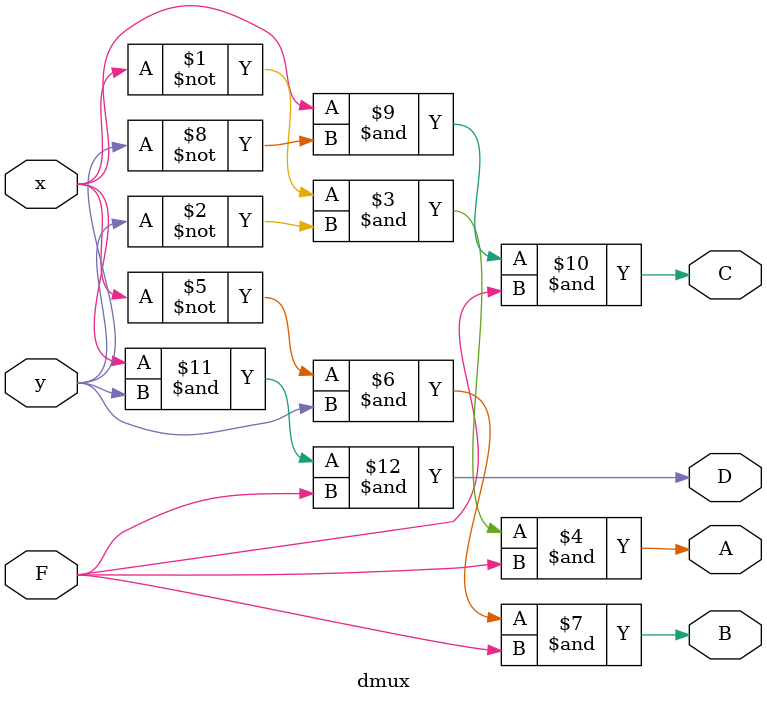
<source format=v>
`timescale 1ns / 1ps

module dmux(
    input x,
    input y,
    input F,
    output A,
    output B,
    output C,
    output D
    );

assign A = (~x)&(~y)&F;
assign B = (~x)&y&F;
assign C = x&(~y)&F;
assign D = x&y&F;

endmodule
</source>
